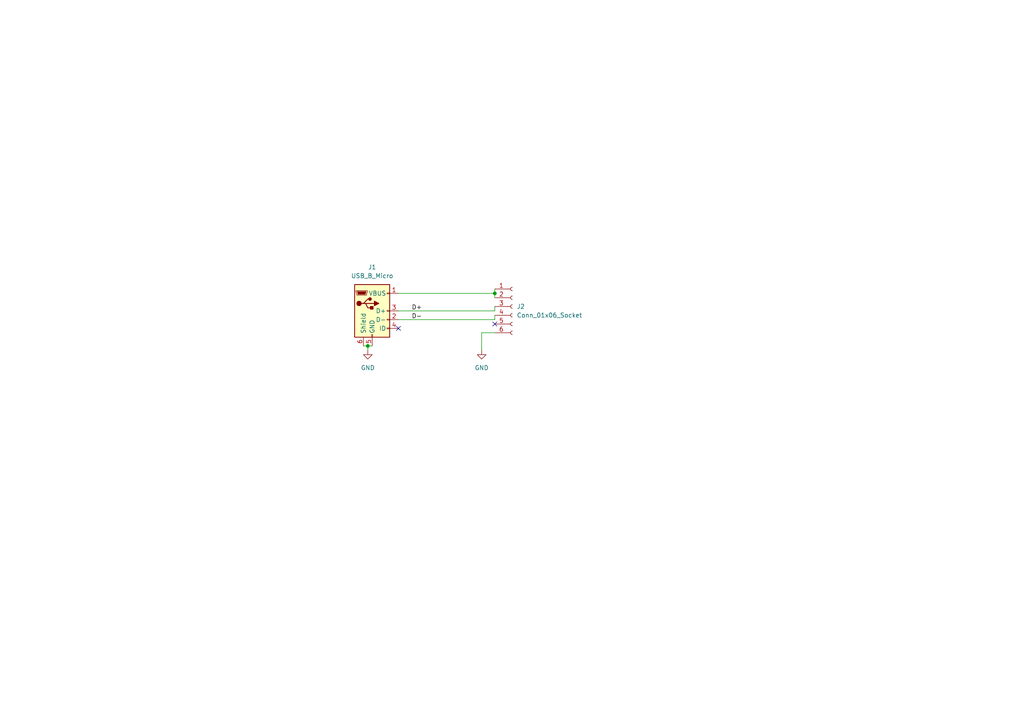
<source format=kicad_sch>
(kicad_sch (version 20250114) (generator "eeschema") (generator_version "9.0")
  (paper "A4")
  (lib_symbols
    (symbol "Connector:Conn_01x06_Socket" (pin_names (offset 1.016) (hide yes))
      (property "Reference" "J" (at 0 7.62 0))
      (property "Value" "Conn_01x06_Socket" (at 0 -10.16 0))
      (symbol "Conn_01x06_Socket_1_1"
        (polyline (pts (xy -1.27 5.08) (xy -0.508 5.08)) (stroke (width 0.1524)))
        (polyline (pts (xy -1.27 2.54) (xy -0.508 2.54)) (stroke (width 0.1524)))
        (polyline (pts (xy -1.27 0) (xy -0.508 0)) (stroke (width 0.1524)))
        (polyline (pts (xy -1.27 -2.54) (xy -0.508 -2.54)) (stroke (width 0.1524)))
        (polyline (pts (xy -1.27 -5.08) (xy -0.508 -5.08)) (stroke (width 0.1524)))
        (polyline (pts (xy -1.27 -7.62) (xy -0.508 -7.62)) (stroke (width 0.1524)))
        (arc (start 0 4.572) (mid -0.5058 5.08) (end 0 5.588) (stroke (width 0.1524)))
        (arc (start 0 2.032) (mid -0.5058 2.54) (end 0 3.048) (stroke (width 0.1524)))
        (arc (start 0 -0.508) (mid -0.5058 0) (end 0 0.508) (stroke (width 0.1524)))
        (arc (start 0 -3.048) (mid -0.5058 -2.54) (end 0 -2.032) (stroke (width 0.1524)))
        (arc (start 0 -5.588) (mid -0.5058 -5.08) (end 0 -4.572) (stroke (width 0.1524)))
        (arc (start 0 -8.128) (mid -0.5058 -7.62) (end 0 -7.112) (stroke (width 0.1524)))
        (pin passive line (at -5.08 5.08 0) (length 3.81) (name "Pin_1") (number "1"))
        (pin passive line (at -5.08 2.54 0) (length 3.81) (name "Pin_2") (number "2"))
        (pin passive line (at -5.08 0 0) (length 3.81) (name "Pin_3") (number "3"))
        (pin passive line (at -5.08 -2.54 0) (length 3.81) (name "Pin_4") (number "4"))
        (pin passive line (at -5.08 -5.08 0) (length 3.81) (name "Pin_5") (number "5"))
        (pin passive line (at -5.08 -7.62 0) (length 3.81) (name "Pin_6") (number "6"))
      )
    )
    (symbol "Connector:USB_B_Micro" (pin_names (offset 1.016))
      (property "Reference" "J" (at -5.08 11.43 0))
      (property "Value" "USB_B_Micro" (at -5.08 8.89 0))
      (symbol "USB_B_Micro_0_1"
        (rectangle (start -5.08 -7.62) (end 5.08 7.62) (stroke (width 0.254)) (fill (type background)))
        (polyline (pts (xy -4.699 5.842) (xy -4.699 5.588) (xy -4.445 4.826) (xy -4.445 4.572) (xy -1.651 4.572) (xy -1.651 4.826) (xy -1.397 5.588) (xy -1.397 5.842) (xy -4.699 5.842)))
        (polyline (pts (xy -4.318 5.588) (xy -1.778 5.588) (xy -2.032 4.826) (xy -4.064 4.826) (xy -4.318 5.588)) (fill (type outline)))
        (circle (center -3.81 2.159) (radius 0.635) (stroke (width 0.254)) (fill (type outline)))
        (polyline (pts (xy -3.175 2.159) (xy -2.54 2.159) (xy -1.27 3.429) (xy -0.635 3.429)) (stroke (width 0.254)))
        (polyline (pts (xy -2.54 2.159) (xy -1.905 2.159) (xy -1.27 0.889) (xy 0 0.889)) (stroke (width 0.254)))
        (polyline (pts (xy -1.905 2.159) (xy 0.635 2.159)) (stroke (width 0.254)))
        (circle (center -0.635 3.429) (radius 0.381) (stroke (width 0.254)) (fill (type outline)))
        (rectangle (start -0.127 -7.62) (end 0.127 -6.858))
        (rectangle (start 0.254 1.27) (end -0.508 0.508) (stroke (width 0.254)) (fill (type outline)))
        (polyline (pts (xy 0.635 2.794) (xy 0.635 1.524) (xy 1.905 2.159) (xy 0.635 2.794)) (stroke (width 0.254)) (fill (type outline)))
        (rectangle (start 5.08 4.953) (end 4.318 5.207))
        (rectangle (start 5.08 -0.127) (end 4.318 0.127))
        (rectangle (start 5.08 -2.667) (end 4.318 -2.413))
        (rectangle (start 5.08 -5.207) (end 4.318 -4.953))
      )
      (symbol "USB_B_Micro_1_1"
        (pin passive line (at -2.54 -10.16 90) (length 2.54) (name "Shield") (number "6"))
        (pin power_out line (at 0 -10.16 90) (length 2.54) (name "GND") (number "5"))
        (pin power_out line (at 7.62 5.08 180) (length 2.54) (name "VBUS") (number "1"))
        (pin bidirectional line (at 7.62 0 180) (length 2.54) (name "D+") (number "3"))
        (pin bidirectional line (at 7.62 -2.54 180) (length 2.54) (name "D-") (number "2"))
        (pin passive line (at 7.62 -5.08 180) (length 2.54) (name "ID") (number "4"))
      )
    )
    (symbol "power:GND" (power) (pin_numbers (hide yes)) (pin_names (offset 0) (hide yes))
      (property "Value" "GND" (at 0 -3.81 0))
      (symbol "GND_0_1"
        (polyline (pts (xy 0 0) (xy 0 -1.27) (xy 1.27 -1.27) (xy 0 -2.54) (xy -1.27 -1.27) (xy 0 -1.27)))
      )
      (symbol "GND_1_1"
        (pin power_in line (at 0 0 270) (length 0) (name "~") (number "1"))
      )
    )
  )
  (junction (at 143.51 85.09))
  (junction (at 106.68 100.33))
  (no_connect (at 143.51 93.98))
  (no_connect (at 115.57 95.25))
  (wire (pts (xy 106.68 100.33) (xy 106.68 101.6)))
  (wire (pts (xy 115.57 92.71) (xy 143.51 92.71)))
  (wire (pts (xy 139.7 101.6) (xy 139.7 96.52)))
  (wire (pts (xy 115.57 90.17) (xy 143.51 90.17)))
  (wire (pts (xy 115.57 85.09) (xy 143.51 85.09)))
  (wire (pts (xy 143.51 83.82) (xy 143.51 85.09)))
  (wire (pts (xy 143.51 92.71) (xy 143.51 91.44)))
  (wire (pts (xy 105.41 100.33) (xy 106.68 100.33)))
  (wire (pts (xy 139.7 96.52) (xy 143.51 96.52)))
  (wire (pts (xy 143.51 85.09) (xy 143.51 86.36)))
  (wire (pts (xy 106.68 100.33) (xy 107.95 100.33)))
  (wire (pts (xy 143.51 90.17) (xy 143.51 88.9)))
  (label "D+" (at 119.38 90.17 0))
  (label "D-" (at 119.38 92.71 0))
  (symbol (lib_id "Connector:Conn_01x06_Socket") (at 148.59 88.9 0) (unit 1)
    (property "Reference" "J2" (at 149.86 88.8999 0) (effects (justify left)))
    (property "Value" "Conn_01x06_Socket" (at 149.86 91.4399 0) (effects (justify left)))
    (property "Footprint" "Connector_PinHeader_2.54mm:PinHeader_1x06_P2.54mm_Vertical" (effects (hide yes)))
    (property "Description" "Generic connector, single row, 01x06, script generated" (effects (hide yes)))
  )
  (symbol (lib_id "power:GND") (at 106.68 101.6 0) (unit 1)
    (property "Reference" "#PWR01" (effects (hide yes)))
    (property "Value" "GND" (at 106.68 106.68 0))
    (property "Description" "Power symbol creates a global label with name \"GND\" , ground" (effects (hide yes)))
  )
  (symbol (lib_id "Connector:USB_B_Micro") (at 107.95 90.17 0) (unit 1)
    (property "Reference" "J1" (at 107.95 77.47 0))
    (property "Value" "USB_B_Micro" (at 107.95 80.01 0))
    (property "Footprint" "Connector_USB:USB_Mini-B_Lumberg_2486_01_Horizontal" (effects (hide yes)))
    (property "Description" "USB Micro Type B connector" (effects (hide yes)))
  )
  (symbol (lib_id "power:GND") (at 139.7 101.6 0) (unit 1)
    (property "Reference" "#PWR02" (effects (hide yes)))
    (property "Value" "GND" (at 139.7 106.68 0))
    (property "Description" "Power symbol creates a global label with name \"GND\" , ground" (effects (hide yes)))
  )
)
</source>
